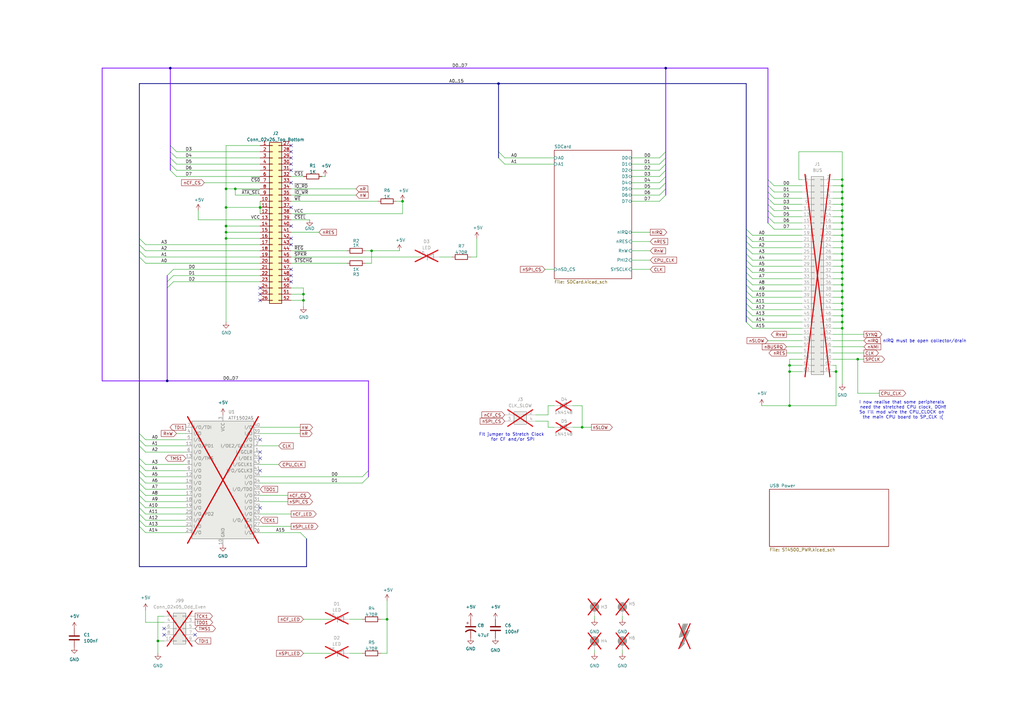
<source format=kicad_sch>
(kicad_sch (version 20250114) (generator "eeschema") (generator_version "9.0")
  (paper "A3")
  (text "FIt jumper to Stretch Clock \nfor CF and/or SPI" (at 210.312 179.324 0) (effects (font (size 1.27 1.27))))
  (text "nIRQ must be open collector/drain" (at 379.222 139.954 0) (effects (font (size 1.27 1.27))))
  (text "I now realise that some peripherals \nneed the stretched CPU clock, DOH!\nSo I'll mod wire the CPU_CLOCK on \nthe main CPU board to SP_CLK :(" (at 370.332 168.148 0) (effects (font (size 1.27 1.27))))
  (junction (at 69.85 27.94))
  (junction (at 345.44 86.36))
  (junction (at 345.44 134.62))
  (junction (at 124.46 120.65))
  (junction (at 345.44 83.82))
  (junction (at 345.44 109.22))
  (junction (at 345.44 116.84))
  (junction (at 64.77 262.89))
  (junction (at 345.44 119.38))
  (junction (at 345.44 121.92))
  (junction (at 345.44 93.98))
  (junction (at 238.76 175.26))
  (junction (at 106.68 85.09))
  (junction (at 323.85 149.86))
  (junction (at 273.05 27.94))
  (junction (at 96.52 77.47))
  (junction (at 345.44 111.76))
  (junction (at 345.44 106.68))
  (junction (at 345.44 132.08))
  (junction (at 345.44 88.9))
  (junction (at 165.1 82.55))
  (junction (at 342.9 152.4))
  (junction (at 92.71 92.71))
  (junction (at 204.47 34.29))
  (junction (at 345.44 101.6))
  (junction (at 124.46 123.19))
  (junction (at 345.44 81.28))
  (junction (at 345.44 124.46))
  (junction (at 68.58 156.21))
  (junction (at 345.44 73.66))
  (junction (at 323.85 166.37))
  (junction (at 345.44 129.54))
  (junction (at 92.71 77.47))
  (junction (at 158.75 254))
  (junction (at 345.44 76.2))
  (junction (at 345.44 127))
  (junction (at 351.79 147.32))
  (junction (at 323.85 152.4))
  (junction (at 345.44 99.06))
  (junction (at 152.4 102.87))
  (junction (at 345.44 114.3))
  (junction (at 345.44 96.52))
  (junction (at 92.71 85.09))
  (junction (at 92.71 95.25))
  (junction (at 345.44 91.44))
  (junction (at 92.71 97.79))
  (junction (at 345.44 78.74))
  (junction (at 345.44 104.14))
  (no_connect (at 119.38 97.79))
  (no_connect (at 106.68 208.28))
  (no_connect (at 119.38 74.93))
  (no_connect (at 119.38 64.77))
  (no_connect (at 106.68 193.04))
  (no_connect (at 80.01 260.35))
  (no_connect (at 106.68 185.42))
  (no_connect (at 119.38 69.85))
  (no_connect (at 106.68 118.11))
  (no_connect (at 119.38 110.49))
  (no_connect (at 119.38 92.71))
  (no_connect (at 106.68 123.19))
  (no_connect (at 119.38 115.57))
  (no_connect (at 106.68 187.96))
  (no_connect (at 119.38 85.09))
  (no_connect (at 119.38 59.69))
  (no_connect (at 106.68 180.34))
  (no_connect (at 119.38 62.23))
  (no_connect (at 67.31 257.81))
  (no_connect (at 119.38 100.33))
  (no_connect (at 119.38 67.31))
  (no_connect (at 119.38 113.03))
  (no_connect (at 106.68 120.65))
  (no_connect (at 67.31 260.35))
  (bus_entry (at 308.61 127) (size -2.54 -2.54))
  (bus_entry (at 71.12 113.03) (size -2.54 2.54))
  (bus_entry (at 317.5 78.74) (size -2.54 -2.54))
  (bus_entry (at 308.61 99.06) (size -2.54 -2.54))
  (bus_entry (at 308.61 111.76) (size -2.54 -2.54))
  (bus_entry (at 59.69 210.82) (size -2.54 -2.54))
  (bus_entry (at 59.69 200.66) (size -2.54 -2.54))
  (bus_entry (at 59.69 100.33) (size -2.54 -2.54))
  (bus_entry (at 308.61 106.68) (size -2.54 -2.54))
  (bus_entry (at 59.69 193.04) (size -2.54 -2.54))
  (bus_entry (at 72.39 69.85) (size -2.54 -2.54))
  (bus_entry (at 72.39 72.39) (size -2.54 -2.54))
  (bus_entry (at 317.5 81.28) (size -2.54 -2.54))
  (bus_entry (at 308.61 119.38) (size -2.54 -2.54))
  (bus_entry (at 308.61 109.22) (size -2.54 -2.54))
  (bus_entry (at 59.69 205.74) (size -2.54 -2.54))
  (bus_entry (at 317.5 86.36) (size -2.54 -2.54))
  (bus_entry (at 270.51 77.47) (size 2.54 -2.54))
  (bus_entry (at 317.5 76.2) (size -2.54 -2.54))
  (bus_entry (at 270.51 82.55) (size 2.54 -2.54))
  (bus_entry (at 308.61 104.14) (size -2.54 -2.54))
  (bus_entry (at 71.12 115.57) (size -2.54 2.54))
  (bus_entry (at 308.61 116.84) (size -2.54 -2.54))
  (bus_entry (at 59.69 182.88) (size -2.54 -2.54))
  (bus_entry (at 207.01 64.77) (size -2.54 -2.54))
  (bus_entry (at 317.5 88.9) (size -2.54 -2.54))
  (bus_entry (at 59.69 180.34) (size -2.54 -2.54))
  (bus_entry (at 59.69 213.36) (size -2.54 -2.54))
  (bus_entry (at 317.5 83.82) (size -2.54 -2.54))
  (bus_entry (at 123.19 218.44) (size 2.54 2.54))
  (bus_entry (at 59.69 198.12) (size -2.54 -2.54))
  (bus_entry (at 148.59 198.12) (size 2.54 -2.54))
  (bus_entry (at 148.59 195.58) (size 2.54 -2.54))
  (bus_entry (at 59.69 107.95) (size -2.54 -2.54))
  (bus_entry (at 59.69 215.9) (size -2.54 -2.54))
  (bus_entry (at 270.51 69.85) (size 2.54 -2.54))
  (bus_entry (at 59.69 102.87) (size -2.54 -2.54))
  (bus_entry (at 59.69 105.41) (size -2.54 -2.54))
  (bus_entry (at 72.39 62.23) (size -2.54 -2.54))
  (bus_entry (at 308.61 121.92) (size -2.54 -2.54))
  (bus_entry (at 59.69 208.28) (size -2.54 -2.54))
  (bus_entry (at 270.51 64.77) (size 2.54 -2.54))
  (bus_entry (at 59.69 218.44) (size -2.54 -2.54))
  (bus_entry (at 308.61 96.52) (size -2.54 -2.54))
  (bus_entry (at 308.61 124.46) (size -2.54 -2.54))
  (bus_entry (at 308.61 134.62) (size -2.54 -2.54))
  (bus_entry (at 270.51 74.93) (size 2.54 -2.54))
  (bus_entry (at 317.5 93.98) (size -2.54 -2.54))
  (bus_entry (at 270.51 72.39) (size 2.54 -2.54))
  (bus_entry (at 308.61 132.08) (size -2.54 -2.54))
  (bus_entry (at 308.61 114.3) (size -2.54 -2.54))
  (bus_entry (at 59.69 195.58) (size -2.54 -2.54))
  (bus_entry (at 308.61 101.6) (size -2.54 -2.54))
  (bus_entry (at 207.01 67.31) (size -2.54 -2.54))
  (bus_entry (at 270.51 80.01) (size 2.54 -2.54))
  (bus_entry (at 72.39 67.31) (size -2.54 -2.54))
  (bus_entry (at 317.5 91.44) (size -2.54 -2.54))
  (bus_entry (at 59.69 190.5) (size -2.54 -2.54))
  (bus_entry (at 59.69 203.2) (size -2.54 -2.54))
  (bus_entry (at 72.39 64.77) (size -2.54 -2.54))
  (bus_entry (at 71.12 110.49) (size -2.54 2.54))
  (bus_entry (at 59.69 185.42) (size -2.54 -2.54))
  (bus_entry (at 270.51 67.31) (size 2.54 -2.54))
  (bus_entry (at 308.61 129.54) (size -2.54 -2.54))
  (wire (pts (xy 243.84 252.73) (xy 243.84 254)))
  (wire (pts (xy 341.63 132.08) (xy 345.44 132.08)))
  (bus (pts (xy 68.58 118.11) (xy 68.58 115.57)) (stroke (width 0) (color 118 0 255 1)))
  (wire (pts (xy 308.61 111.76) (xy 328.93 111.76)))
  (wire (pts (xy 354.33 142.24) (xy 341.63 142.24)))
  (wire (pts (xy 317.5 83.82) (xy 328.93 83.82)))
  (bus (pts (xy 69.85 64.77) (xy 69.85 67.31)) (stroke (width 0) (color 118 0 255 1)))
  (wire (pts (xy 308.61 114.3) (xy 328.93 114.3)))
  (wire (pts (xy 308.61 109.22) (xy 328.93 109.22)))
  (wire (pts (xy 317.5 86.36) (xy 328.93 86.36)))
  (wire (pts (xy 106.68 177.8) (xy 123.19 177.8)))
  (wire (pts (xy 266.7 106.68) (xy 259.08 106.68)))
  (wire (pts (xy 59.69 100.33) (xy 106.68 100.33)))
  (bus (pts (xy 57.15 102.87) (xy 57.15 105.41)))
  (wire (pts (xy 106.68 218.44) (xy 123.19 218.44)))
  (wire (pts (xy 308.61 129.54) (xy 328.93 129.54)))
  (bus (pts (xy 273.05 77.47) (xy 273.05 80.01)) (stroke (width 0) (color 118 0 255 1)))
  (wire (pts (xy 341.63 124.46) (xy 345.44 124.46)))
  (wire (pts (xy 124.46 123.19) (xy 119.38 123.19)))
  (bus (pts (xy 69.85 67.31) (xy 69.85 69.85)) (stroke (width 0) (color 118 0 255 1)))
  (wire (pts (xy 72.39 72.39) (xy 106.68 72.39)))
  (bus (pts (xy 306.07 106.68) (xy 306.07 109.22)))
  (bus (pts (xy 314.96 88.9) (xy 314.96 91.44)) (stroke (width 0) (color 118 0 255 1)))
  (wire (pts (xy 81.28 86.36) (xy 81.28 90.17)))
  (wire (pts (xy 345.44 78.74) (xy 345.44 81.28)))
  (wire (pts (xy 64.77 252.73) (xy 67.31 252.73)))
  (wire (pts (xy 270.51 74.93) (xy 259.08 74.93)))
  (wire (pts (xy 124.46 254) (xy 135.89 254)))
  (bus (pts (xy 57.15 105.41) (xy 57.15 177.8)))
  (bus (pts (xy 306.07 116.84) (xy 306.07 119.38)))
  (wire (pts (xy 255.27 252.73) (xy 255.27 254)))
  (wire (pts (xy 72.39 62.23) (xy 106.68 62.23)))
  (wire (pts (xy 345.44 111.76) (xy 345.44 114.3)))
  (wire (pts (xy 59.69 180.34) (xy 76.2 180.34)))
  (bus (pts (xy 306.07 124.46) (xy 306.07 127)))
  (wire (pts (xy 270.51 77.47) (xy 259.08 77.47)))
  (wire (pts (xy 354.33 137.16) (xy 341.63 137.16)))
  (bus (pts (xy 69.85 27.94) (xy 69.85 59.69)) (stroke (width 0) (color 118 0 255 1)))
  (bus (pts (xy 57.15 193.04) (xy 57.15 195.58)))
  (wire (pts (xy 308.61 124.46) (xy 328.93 124.46)))
  (wire (pts (xy 270.51 72.39) (xy 259.08 72.39)))
  (wire (pts (xy 341.63 116.84) (xy 345.44 116.84)))
  (wire (pts (xy 341.63 99.06) (xy 345.44 99.06)))
  (wire (pts (xy 345.44 96.52) (xy 345.44 99.06)))
  (wire (pts (xy 342.9 166.37) (xy 323.85 166.37)))
  (bus (pts (xy 57.15 232.41) (xy 57.15 215.9)))
  (wire (pts (xy 59.69 107.95) (xy 106.68 107.95)))
  (wire (pts (xy 345.44 76.2) (xy 345.44 78.74)))
  (wire (pts (xy 308.61 106.68) (xy 328.93 106.68)))
  (wire (pts (xy 308.61 119.38) (xy 328.93 119.38)))
  (bus (pts (xy 204.47 34.29) (xy 204.47 62.23)))
  (wire (pts (xy 341.63 149.86) (xy 342.9 149.86)))
  (bus (pts (xy 125.73 220.98) (xy 125.73 232.41)))
  (wire (pts (xy 119.38 107.95) (xy 142.24 107.95)))
  (bus (pts (xy 306.07 34.29) (xy 204.47 34.29)))
  (wire (pts (xy 314.96 139.7) (xy 328.93 139.7)))
  (wire (pts (xy 92.71 92.71) (xy 106.68 92.71)))
  (wire (pts (xy 270.51 69.85) (xy 259.08 69.85)))
  (wire (pts (xy 322.58 142.24) (xy 328.93 142.24)))
  (wire (pts (xy 59.69 105.41) (xy 106.68 105.41)))
  (wire (pts (xy 345.44 62.23) (xy 345.44 73.66)))
  (wire (pts (xy 308.61 132.08) (xy 328.93 132.08)))
  (wire (pts (xy 59.69 208.28) (xy 76.2 208.28)))
  (wire (pts (xy 223.52 110.49) (xy 227.33 110.49)))
  (wire (pts (xy 59.69 203.2) (xy 76.2 203.2)))
  (bus (pts (xy 57.15 97.79) (xy 57.15 100.33)))
  (wire (pts (xy 207.01 67.31) (xy 227.33 67.31)))
  (bus (pts (xy 306.07 93.98) (xy 306.07 34.29)))
  (wire (pts (xy 255.27 266.7) (xy 255.27 267.97)))
  (wire (pts (xy 158.75 246.38) (xy 158.75 254)))
  (bus (pts (xy 68.58 115.57) (xy 68.58 113.03)) (stroke (width 0) (color 118 0 255 1)))
  (wire (pts (xy 59.69 215.9) (xy 76.2 215.9)))
  (wire (pts (xy 92.71 85.09) (xy 106.68 85.09)))
  (bus (pts (xy 306.07 111.76) (xy 306.07 114.3)))
  (wire (pts (xy 270.51 64.77) (xy 259.08 64.77)))
  (wire (pts (xy 243.84 266.7) (xy 243.84 267.97)))
  (bus (pts (xy 57.15 205.74) (xy 57.15 208.28)))
  (wire (pts (xy 96.52 77.47) (xy 96.52 80.01)))
  (wire (pts (xy 308.61 121.92) (xy 328.93 121.92)))
  (wire (pts (xy 345.44 86.36) (xy 345.44 88.9)))
  (wire (pts (xy 322.58 144.78) (xy 328.93 144.78)))
  (bus (pts (xy 306.07 96.52) (xy 306.07 99.06)))
  (wire (pts (xy 328.93 147.32) (xy 323.85 147.32)))
  (wire (pts (xy 143.51 254) (xy 148.59 254)))
  (bus (pts (xy 57.15 187.96) (xy 57.15 190.5)))
  (wire (pts (xy 266.7 110.49) (xy 259.08 110.49)))
  (wire (pts (xy 238.76 175.26) (xy 234.95 175.26)))
  (wire (pts (xy 119.38 72.39) (xy 124.46 72.39)))
  (wire (pts (xy 156.21 267.97) (xy 158.75 267.97)))
  (bus (pts (xy 151.13 193.04) (xy 151.13 195.58)) (stroke (width 0) (color 118 0 255 1)))
  (wire (pts (xy 180.34 105.41) (xy 185.42 105.41)))
  (wire (pts (xy 96.52 80.01) (xy 106.68 80.01)))
  (wire (pts (xy 106.68 203.2) (xy 118.11 203.2)))
  (bus (pts (xy 41.91 27.94) (xy 41.91 156.21)) (stroke (width 0) (color 118 0 255 1)))
  (wire (pts (xy 308.61 116.84) (xy 328.93 116.84)))
  (wire (pts (xy 341.63 119.38) (xy 345.44 119.38)))
  (wire (pts (xy 124.46 120.65) (xy 124.46 123.19)))
  (wire (pts (xy 67.31 255.27) (xy 59.69 255.27)))
  (wire (pts (xy 327.66 62.23) (xy 345.44 62.23)))
  (wire (pts (xy 341.63 83.82) (xy 345.44 83.82)))
  (bus (pts (xy 69.85 62.23) (xy 69.85 64.77)) (stroke (width 0) (color 118 0 255 1)))
  (wire (pts (xy 92.71 97.79) (xy 92.71 95.25)))
  (wire (pts (xy 106.68 215.9) (xy 119.38 215.9)))
  (wire (pts (xy 106.68 175.26) (xy 123.19 175.26)))
  (wire (pts (xy 345.44 134.62) (xy 345.44 132.08)))
  (wire (pts (xy 59.69 205.74) (xy 76.2 205.74)))
  (wire (pts (xy 317.5 78.74) (xy 328.93 78.74)))
  (wire (pts (xy 124.46 267.97) (xy 135.89 267.97)))
  (wire (pts (xy 64.77 262.89) (xy 64.77 252.73)))
  (wire (pts (xy 72.39 67.31) (xy 106.68 67.31)))
  (wire (pts (xy 242.57 175.26) (xy 238.76 175.26)))
  (wire (pts (xy 270.51 67.31) (xy 259.08 67.31)))
  (bus (pts (xy 57.15 210.82) (xy 57.15 213.36)))
  (bus (pts (xy 57.15 203.2) (xy 57.15 205.74)))
  (bus (pts (xy 273.05 27.94) (xy 69.85 27.94)) (stroke (width 0) (color 118 0 255 1)))
  (wire (pts (xy 124.46 118.11) (xy 124.46 120.65)))
  (wire (pts (xy 83.82 74.93) (xy 106.68 74.93)))
  (wire (pts (xy 158.75 254) (xy 156.21 254)))
  (wire (pts (xy 266.7 95.25) (xy 259.08 95.25)))
  (wire (pts (xy 152.4 102.87) (xy 152.4 107.95)))
  (bus (pts (xy 314.96 76.2) (xy 314.96 78.74)) (stroke (width 0) (color 118 0 255 1)))
  (bus (pts (xy 57.15 213.36) (xy 57.15 215.9)))
  (bus (pts (xy 273.05 74.93) (xy 273.05 77.47)) (stroke (width 0) (color 118 0 255 1)))
  (wire (pts (xy 92.71 77.47) (xy 96.52 77.47)))
  (bus (pts (xy 57.15 182.88) (xy 57.15 187.96)))
  (bus (pts (xy 57.15 200.66) (xy 57.15 203.2)))
  (wire (pts (xy 81.28 90.17) (xy 106.68 90.17)))
  (wire (pts (xy 322.58 137.16) (xy 328.93 137.16)))
  (wire (pts (xy 119.38 102.87) (xy 142.24 102.87)))
  (wire (pts (xy 341.63 147.32) (xy 351.79 147.32)))
  (wire (pts (xy 341.63 86.36) (xy 345.44 86.36)))
  (wire (pts (xy 341.63 144.78) (xy 354.33 144.78)))
  (wire (pts (xy 323.85 149.86) (xy 323.85 152.4)))
  (wire (pts (xy 158.75 267.97) (xy 158.75 254)))
  (wire (pts (xy 341.63 106.68) (xy 345.44 106.68)))
  (wire (pts (xy 360.68 161.29) (xy 351.79 161.29)))
  (wire (pts (xy 345.44 81.28) (xy 345.44 83.82)))
  (bus (pts (xy 306.07 93.98) (xy 306.07 96.52)))
  (bus (pts (xy 68.58 118.11) (xy 68.58 156.21)) (stroke (width 0) (color 118 0 255 1)))
  (bus (pts (xy 314.96 27.94) (xy 273.05 27.94)) (stroke (width 0) (color 118 0 255 1)))
  (wire (pts (xy 341.63 129.54) (xy 345.44 129.54)))
  (bus (pts (xy 273.05 69.85) (xy 273.05 72.39)) (stroke (width 0) (color 118 0 255 1)))
  (wire (pts (xy 341.63 127) (xy 345.44 127)))
  (bus (pts (xy 306.07 109.22) (xy 306.07 111.76)))
  (bus (pts (xy 306.07 104.14) (xy 306.07 106.68)))
  (wire (pts (xy 345.44 129.54) (xy 345.44 127)))
  (wire (pts (xy 342.9 152.4) (xy 342.9 166.37)))
  (wire (pts (xy 270.51 82.55) (xy 259.08 82.55)))
  (wire (pts (xy 219.71 170.18) (xy 224.79 170.18)))
  (wire (pts (xy 351.79 161.29) (xy 351.79 147.32)))
  (wire (pts (xy 308.61 96.52) (xy 328.93 96.52)))
  (wire (pts (xy 119.38 87.63) (xy 165.1 87.63)))
  (wire (pts (xy 341.63 93.98) (xy 345.44 93.98)))
  (wire (pts (xy 345.44 106.68) (xy 345.44 109.22)))
  (wire (pts (xy 132.08 72.39) (xy 133.35 72.39)))
  (wire (pts (xy 345.44 73.66) (xy 341.63 73.66)))
  (wire (pts (xy 341.63 109.22) (xy 345.44 109.22)))
  (wire (pts (xy 106.68 82.55) (xy 106.68 85.09)))
  (wire (pts (xy 345.44 73.66) (xy 345.44 76.2)))
  (bus (pts (xy 306.07 127) (xy 306.07 129.54)))
  (bus (pts (xy 151.13 156.21) (xy 151.13 193.04)) (stroke (width 0) (color 118 0 255 1)))
  (wire (pts (xy 323.85 152.4) (xy 323.85 166.37)))
  (wire (pts (xy 308.61 101.6) (xy 328.93 101.6)))
  (wire (pts (xy 345.44 134.62) (xy 345.44 157.48)))
  (wire (pts (xy 224.79 175.26) (xy 227.33 175.26)))
  (wire (pts (xy 345.44 83.82) (xy 345.44 86.36)))
  (bus (pts (xy 314.96 73.66) (xy 314.96 27.94)) (stroke (width 0) (color 118 0 255 1)))
  (wire (pts (xy 345.44 88.9) (xy 345.44 91.44)))
  (wire (pts (xy 152.4 107.95) (xy 149.86 107.95)))
  (wire (pts (xy 341.63 104.14) (xy 345.44 104.14)))
  (wire (pts (xy 317.5 81.28) (xy 328.93 81.28)))
  (wire (pts (xy 152.4 102.87) (xy 149.86 102.87)))
  (wire (pts (xy 92.71 59.69) (xy 106.68 59.69)))
  (wire (pts (xy 59.69 210.82) (xy 76.2 210.82)))
  (wire (pts (xy 341.63 134.62) (xy 345.44 134.62)))
  (bus (pts (xy 273.05 72.39) (xy 273.05 74.93)) (stroke (width 0) (color 118 0 255 1)))
  (wire (pts (xy 119.38 90.17) (xy 127 90.17)))
  (bus (pts (xy 273.05 62.23) (xy 273.05 64.77)) (stroke (width 0) (color 118 0 255 1)))
  (wire (pts (xy 92.71 59.69) (xy 92.71 77.47)))
  (wire (pts (xy 96.52 77.47) (xy 106.68 77.47)))
  (bus (pts (xy 306.07 121.92) (xy 306.07 124.46)))
  (wire (pts (xy 345.44 121.92) (xy 345.44 119.38)))
  (bus (pts (xy 57.15 195.58) (xy 57.15 198.12)))
  (wire (pts (xy 106.68 85.09) (xy 106.68 87.63)))
  (bus (pts (xy 69.85 59.69) (xy 69.85 62.23)) (stroke (width 0) (color 118 0 255 1)))
  (wire (pts (xy 341.63 114.3) (xy 345.44 114.3)))
  (wire (pts (xy 124.46 120.65) (xy 119.38 120.65)))
  (wire (pts (xy 308.61 99.06) (xy 328.93 99.06)))
  (wire (pts (xy 345.44 93.98) (xy 345.44 96.52)))
  (wire (pts (xy 308.61 134.62) (xy 328.93 134.62)))
  (wire (pts (xy 119.38 95.25) (xy 130.81 95.25)))
  (bus (pts (xy 306.07 99.06) (xy 306.07 101.6)))
  (wire (pts (xy 323.85 147.32) (xy 323.85 149.86)))
  (wire (pts (xy 224.79 170.18) (xy 224.79 166.37)))
  (bus (pts (xy 69.85 27.94) (xy 41.91 27.94)) (stroke (width 0) (color 118 0 255 1)))
  (wire (pts (xy 345.44 127) (xy 345.44 124.46)))
  (wire (pts (xy 270.51 80.01) (xy 259.08 80.01)))
  (wire (pts (xy 207.01 64.77) (xy 227.33 64.77)))
  (wire (pts (xy 345.44 91.44) (xy 345.44 93.98)))
  (wire (pts (xy 106.68 198.12) (xy 148.59 198.12)))
  (wire (pts (xy 345.44 114.3) (xy 345.44 116.84)))
  (bus (pts (xy 273.05 67.31) (xy 273.05 69.85)) (stroke (width 0) (color 118 0 255 1)))
  (wire (pts (xy 59.69 182.88) (xy 76.2 182.88)))
  (bus (pts (xy 306.07 129.54) (xy 306.07 132.08)))
  (wire (pts (xy 328.93 149.86) (xy 323.85 149.86)))
  (wire (pts (xy 195.58 97.79) (xy 195.58 105.41)))
  (bus (pts (xy 57.15 198.12) (xy 57.15 200.66)))
  (bus (pts (xy 57.15 190.5) (xy 57.15 193.04)))
  (bus (pts (xy 204.47 34.29) (xy 57.15 34.29)))
  (bus (pts (xy 314.96 81.28) (xy 314.96 83.82)) (stroke (width 0) (color 118 0 255 1)))
  (wire (pts (xy 59.69 213.36) (xy 76.2 213.36)))
  (wire (pts (xy 114.3 182.88) (xy 106.68 182.88)))
  (bus (pts (xy 57.15 34.29) (xy 57.15 97.79)))
  (wire (pts (xy 92.71 85.09) (xy 92.71 92.71)))
  (wire (pts (xy 165.1 87.63) (xy 165.1 82.55)))
  (wire (pts (xy 345.44 101.6) (xy 345.44 104.14)))
  (wire (pts (xy 72.39 69.85) (xy 106.68 69.85)))
  (wire (pts (xy 59.69 190.5) (xy 76.2 190.5)))
  (wire (pts (xy 341.63 121.92) (xy 345.44 121.92)))
  (wire (pts (xy 317.5 76.2) (xy 328.93 76.2)))
  (wire (pts (xy 341.63 76.2) (xy 345.44 76.2)))
  (wire (pts (xy 341.63 101.6) (xy 345.44 101.6)))
  (bus (pts (xy 57.15 100.33) (xy 57.15 102.87)))
  (bus (pts (xy 41.91 156.21) (xy 68.58 156.21)) (stroke (width 0) (color 118 0 255 1)))
  (wire (pts (xy 341.63 111.76) (xy 345.44 111.76)))
  (wire (pts (xy 351.79 147.32) (xy 354.33 147.32)))
  (wire (pts (xy 59.69 102.87) (xy 106.68 102.87)))
  (wire (pts (xy 71.12 115.57) (xy 106.68 115.57)))
  (wire (pts (xy 71.12 113.03) (xy 106.68 113.03)))
  (wire (pts (xy 92.71 97.79) (xy 106.68 97.79)))
  (wire (pts (xy 345.44 132.08) (xy 345.44 129.54)))
  (wire (pts (xy 106.68 205.74) (xy 118.11 205.74)))
  (wire (pts (xy 92.71 132.08) (xy 92.71 97.79)))
  (wire (pts (xy 92.71 95.25) (xy 106.68 95.25)))
  (wire (pts (xy 124.46 123.19) (xy 124.46 125.73)))
  (wire (pts (xy 323.85 152.4) (xy 328.93 152.4)))
  (wire (pts (xy 119.38 80.01) (xy 146.05 80.01)))
  (wire (pts (xy 114.3 190.5) (xy 106.68 190.5)))
  (wire (pts (xy 92.71 77.47) (xy 92.71 85.09)))
  (wire (pts (xy 354.33 139.7) (xy 341.63 139.7)))
  (bus (pts (xy 204.47 62.23) (xy 204.47 64.77)))
  (bus (pts (xy 314.96 83.82) (xy 314.96 86.36)) (stroke (width 0) (color 118 0 255 1)))
  (bus (pts (xy 314.96 78.74) (xy 314.96 81.28)) (stroke (width 0) (color 118 0 255 1)))
  (wire (pts (xy 143.51 267.97) (xy 148.59 267.97)))
  (wire (pts (xy 341.63 152.4) (xy 342.9 152.4)))
  (wire (pts (xy 341.63 88.9) (xy 345.44 88.9)))
  (wire (pts (xy 308.61 127) (xy 328.93 127)))
  (bus (pts (xy 306.07 119.38) (xy 306.07 121.92)))
  (wire (pts (xy 317.5 93.98) (xy 328.93 93.98)))
  (wire (pts (xy 162.56 82.55) (xy 165.1 82.55)))
  (wire (pts (xy 124.46 118.11) (xy 119.38 118.11)))
  (wire (pts (xy 345.44 109.22) (xy 345.44 111.76)))
  (wire (pts (xy 59.69 200.66) (xy 76.2 200.66)))
  (wire (pts (xy 219.71 172.72) (xy 224.79 172.72)))
  (wire (pts (xy 317.5 88.9) (xy 328.93 88.9)))
  (wire (pts (xy 59.69 193.04) (xy 76.2 193.04)))
  (wire (pts (xy 59.69 255.27) (xy 59.69 250.19)))
  (wire (pts (xy 345.44 104.14) (xy 345.44 106.68)))
  (wire (pts (xy 308.61 104.14) (xy 328.93 104.14)))
  (wire (pts (xy 327.66 73.66) (xy 327.66 62.23)))
  (wire (pts (xy 163.83 102.87) (xy 152.4 102.87)))
  (wire (pts (xy 92.71 95.25) (xy 92.71 92.71)))
  (wire (pts (xy 342.9 149.86) (xy 342.9 152.4)))
  (wire (pts (xy 341.63 78.74) (xy 345.44 78.74)))
  (bus (pts (xy 306.07 114.3) (xy 306.07 116.84)))
  (wire (pts (xy 195.58 105.41) (xy 193.04 105.41)))
  (bus (pts (xy 68.58 156.21) (xy 151.13 156.21)) (stroke (width 0) (color 118 0 255 1)))
  (wire (pts (xy 59.69 195.58) (xy 76.2 195.58)))
  (wire (pts (xy 59.69 218.44) (xy 76.2 218.44)))
  (bus (pts (xy 57.15 177.8) (xy 57.15 180.34)))
  (wire (pts (xy 119.38 82.55) (xy 154.94 82.55)))
  (wire (pts (xy 266.7 102.87) (xy 259.08 102.87)))
  (bus (pts (xy 306.07 101.6) (xy 306.07 104.14)))
  (wire (pts (xy 59.69 198.12) (xy 76.2 198.12)))
  (wire (pts (xy 234.95 166.37) (xy 238.76 166.37)))
  (wire (pts (xy 266.7 99.06) (xy 259.08 99.06)))
  (wire (pts (xy 72.39 64.77) (xy 106.68 64.77)))
  (bus (pts (xy 273.05 64.77) (xy 273.05 67.31)) (stroke (width 0) (color 118 0 255 1)))
  (wire (pts (xy 341.63 96.52) (xy 345.44 96.52)))
  (wire (pts (xy 224.79 166.37) (xy 227.33 166.37)))
  (wire (pts (xy 119.38 105.41) (xy 172.72 105.41)))
  (wire (pts (xy 106.68 195.58) (xy 148.59 195.58)))
  (wire (pts (xy 341.63 91.44) (xy 345.44 91.44)))
  (wire (pts (xy 328.93 73.66) (xy 327.66 73.66)))
  (wire (pts (xy 106.68 210.82) (xy 119.38 210.82)))
  (wire (pts (xy 345.44 124.46) (xy 345.44 121.92)))
  (bus (pts (xy 57.15 180.34) (xy 57.15 182.88)))
  (wire (pts (xy 119.38 77.47) (xy 146.05 77.47)))
  (bus (pts (xy 57.15 208.28) (xy 57.15 210.82)))
  (bus (pts (xy 314.96 73.66) (xy 314.96 76.2)) (stroke (width 0) (color 118 0 255 1)))
  (wire (pts (xy 345.44 116.84) (xy 345.44 119.38)))
  (wire (pts (xy 71.12 110.49) (xy 106.68 110.49)))
  (wire (pts (xy 323.85 166.37) (xy 312.42 166.37)))
  (wire (pts (xy 67.31 262.89) (xy 64.77 262.89)))
  (bus (pts (xy 125.73 232.41) (xy 57.15 232.41)))
  (wire (pts (xy 341.63 81.28) (xy 345.44 81.28)))
  (wire (pts (xy 317.5 91.44) (xy 328.93 91.44)))
  (wire (pts (xy 224.79 172.72) (xy 224.79 175.26)))
  (wire (pts (xy 59.69 185.42) (xy 76.2 185.42)))
  (wire (pts (xy 238.76 166.37) (xy 238.76 175.26)))
  (wire (pts (xy 64.77 267.97) (xy 64.77 262.89)))
  (bus (pts (xy 273.05 27.94) (xy 273.05 62.23)) (stroke (width 0) (color 118 0 255 1)))
  (wire (pts (xy 345.44 99.06) (xy 345.44 101.6)))
  (wire (pts (xy 72.39 177.8) (xy 76.2 177.8)))
  (bus (pts (xy 314.96 86.36) (xy 314.96 88.9)) (stroke (width 0) (color 118 0 255 1)))
  (label "VCC" (at 120.65 87.63 0))
  (label "A1" (at 212.09 67.31 180))
  (label "D2" (at 80.01 115.57 180))
  (label "A2" (at 64.77 185.42 180))
  (label "D4" (at 323.85 86.36 180))
  (label "A6" (at 313.69 111.76 180))
  (label "D0" (at 323.85 76.2 180))
  (label "D6" (at 78.74 69.85 180))
  (label "D5" (at 323.85 88.9 180))
  (label "A8" (at 64.77 203.2 180))
  (label "A8" (at 313.69 116.84 180))
  (label "D3" (at 78.74 62.23 180))
  (label "~{WE}" (at 120.65 82.55 0))
  (label "A10" (at 64.77 208.28 180))
  (label "A12" (at 64.77 213.36 180))
  (label "~{REG}" (at 120.65 102.87 0))
  (label "D4" (at 264.16 74.93 0))
  (label "A3" (at 64.77 190.5 180))
  (label "A7" (at 64.77 200.66 180))
  (label "A10" (at 313.69 121.92 180))
  (label "A5" (at 313.69 109.22 180))
  (label "~{ATA_SEL}" (at 99.06 80.01 0))
  (label "A13" (at 64.77 215.9 180))
  (label "A14" (at 313.69 132.08 180))
  (label "~{CS1}" (at 120.65 72.39 0))
  (label "A11" (at 313.69 124.46 180))
  (label "D2" (at 264.16 69.85 0))
  (label "D1" (at 80.01 113.03 180))
  (label "~{IO_WR}" (at 120.65 80.01 0))
  (label "A0" (at 212.09 64.77 180))
  (label "A2" (at 68.58 102.87 180))
  (label "A12" (at 313.69 127 180))
  (label "D6" (at 323.85 91.44 180))
  (label "A0" (at 64.77 180.34 180))
  (label "A6" (at 64.77 198.12 180))
  (label "A1" (at 64.77 182.88 180))
  (label "A0..15" (at 184.15 34.29 0))
  (label "A3" (at 68.58 100.33 180))
  (label "D5" (at 78.74 67.31 180))
  (label "D0..D7" (at 91.44 156.21 0))
  (label "~{IO_RD}" (at 120.65 77.47 0))
  (label "A4" (at 313.69 106.68 180))
  (label "D4" (at 78.74 64.77 180))
  (label "D7" (at 264.16 82.55 0))
  (label "~{CS0}" (at 102.87 74.93 0))
  (label "D3" (at 264.16 72.39 0))
  (label "A15" (at 116.84 218.44 180))
  (label "D0" (at 135.89 195.58 0))
  (label "A7" (at 313.69 114.3 180))
  (label "D0" (at 80.01 110.49 180))
  (label "~{SPKR}" (at 120.65 105.41 0))
  (label "VCC" (at 102.87 90.17 0))
  (label "D6" (at 264.16 80.01 0))
  (label "A4" (at 64.77 193.04 180))
  (label "~{CSEL}" (at 120.65 90.17 0))
  (label "~{STSCHG}" (at 120.65 107.95 0))
  (label "A9" (at 64.77 205.74 180))
  (label "A0" (at 313.69 96.52 180))
  (label "A15" (at 313.69 134.62 180))
  (label "A13" (at 313.69 129.54 180))
  (label "D0..D7" (at 185.42 27.94 0))
  (label "A11" (at 64.77 210.82 180))
  (label "A0" (at 68.58 107.95 180))
  (label "D7" (at 323.85 93.98 180))
  (label "D1" (at 135.89 198.12 0))
  (label "D3" (at 323.85 83.82 180))
  (label "D1" (at 264.16 67.31 0))
  (label "D2" (at 323.85 81.28 180))
  (label "A14" (at 64.77 218.44 180))
  (label "D1" (at 323.85 78.74 180))
  (label "D0" (at 264.16 64.77 0))
  (label "A1" (at 313.69 99.06 180))
  (label "A1" (at 68.58 105.41 180))
  (label "A2" (at 313.69 101.6 180))
  (label "A3" (at 313.69 104.14 180))
  (label "D5" (at 264.16 77.47 0))
  (label "A9" (at 313.69 119.38 180))
  (label "D7" (at 78.74 72.39 180))
  (label "A5" (at 64.77 195.58 180))
  (global_label "TDO1" (shape output) (at 80.01 255.27 0) (property "Intersheetrefs" "${INTERSHEET_REFS}" (effects (hide yes))))
  (global_label "nSPI_CS" (shape output) (at 118.11 205.74 0) (property "Intersheetrefs" "${INTERSHEET_REFS}" (effects (hide yes))))
  (global_label "CLK" (shape input) (at 266.7 110.49 0) (property "Intersheetrefs" "${INTERSHEET_REFS}" (effects (hide yes))))
  (global_label "nCF_CS" (shape input) (at 83.82 74.93 180) (property "Intersheetrefs" "${INTERSHEET_REFS}" (effects (hide yes))))
  (global_label "CPU_CLK" (shape input) (at 114.3 190.5 0) (property "Intersheetrefs" "${INTERSHEET_REFS}" (effects (hide yes))))
  (global_label "nBUSRQ" (shape input) (at 322.58 142.24 180) (property "Intersheetrefs" "${INTERSHEET_REFS}" (effects (hide yes))))
  (global_label "RnW" (shape input) (at 266.7 102.87 0) (property "Intersheetrefs" "${INTERSHEET_REFS}" (effects (hide yes))))
  (global_label "nR" (shape input) (at 146.05 77.47 0) (property "Intersheetrefs" "${INTERSHEET_REFS}" (effects (hide yes))))
  (global_label "nSPI_CS" (shape input) (at 223.52 110.49 180) (property "Intersheetrefs" "${INTERSHEET_REFS}" (effects (hide yes))))
  (global_label "nW" (shape input) (at 146.05 80.01 0) (property "Intersheetrefs" "${INTERSHEET_REFS}" (effects (hide yes))))
  (global_label "nSPI_LED" (shape input) (at 124.46 267.97 180) (property "Intersheetrefs" "${INTERSHEET_REFS}" (effects (hide yes))))
  (global_label "CPU_CLK" (shape input) (at 266.7 106.68 0) (property "Intersheetrefs" "${INTERSHEET_REFS}" (effects (hide yes))))
  (global_label "CLK" (shape output) (at 354.33 144.78 0) (property "Intersheetrefs" "${INTERSHEET_REFS}" (effects (hide yes))))
  (global_label "CLK" (shape input) (at 114.3 182.88 0) (property "Intersheetrefs" "${INTERSHEET_REFS}" (effects (hide yes))))
  (global_label "nSLOW" (shape input) (at 314.96 139.7 180) (property "Intersheetrefs" "${INTERSHEET_REFS}" (effects (hide yes))))
  (global_label "TDO1" (shape input) (at 106.68 200.66 0) (property "Intersheetrefs" "${INTERSHEET_REFS}" (effects (hide yes))))
  (global_label "TDI1" (shape output) (at 76.2 175.26 180) (property "Intersheetrefs" "${INTERSHEET_REFS}" (effects (hide yes))))
  (global_label "nCF_LED" (shape input) (at 124.46 254 180) (property "Intersheetrefs" "${INTERSHEET_REFS}" (effects (hide yes))))
  (global_label "CPU_CLK" (shape output) (at 360.68 161.29 0) (property "Intersheetrefs" "${INTERSHEET_REFS}" (effects (hide yes))))
  (global_label "TDI1" (shape input) (at 80.01 262.89 0) (property "Intersheetrefs" "${INTERSHEET_REFS}" (effects (hide yes))))
  (global_label "nW" (shape output) (at 123.19 175.26 0) (property "Intersheetrefs" "${INTERSHEET_REFS}" (effects (hide yes))))
  (global_label "nNMI" (shape input) (at 354.33 142.24 0) (property "Intersheetrefs" "${INTERSHEET_REFS}" (effects (hide yes))))
  (global_label "nRES" (shape input) (at 130.81 95.25 0) (property "Intersheetrefs" "${INTERSHEET_REFS}" (effects (hide yes))))
  (global_label "nSLOW" (shape output) (at 242.57 175.26 0) (property "Intersheetrefs" "${INTERSHEET_REFS}" (effects (hide yes))))
  (global_label "RnW" (shape output) (at 322.58 137.16 180) (property "Intersheetrefs" "${INTERSHEET_REFS}" (effects (hide yes))))
  (global_label "nIRQ" (shape input) (at 354.33 139.7 0) (property "Intersheetrefs" "${INTERSHEET_REFS}" (effects (hide yes))))
  (global_label "SYNQ" (shape output) (at 354.33 137.16 0) (property "Intersheetrefs" "${INTERSHEET_REFS}" (effects (hide yes))))
  (global_label "nSPI_CS" (shape input) (at 207.01 172.72 180) (property "Intersheetrefs" "${INTERSHEET_REFS}" (effects (hide yes))))
  (global_label "TMS1" (shape bidirectional) (at 80.01 257.81 0) (property "Intersheetrefs" "${INTERSHEET_REFS}" (effects (hide yes))))
  (global_label "nSPI_LED" (shape output) (at 119.38 215.9 0) (property "Intersheetrefs" "${INTERSHEET_REFS}" (effects (hide yes))))
  (global_label "nIRQ" (shape output) (at 266.7 95.25 0) (property "Intersheetrefs" "${INTERSHEET_REFS}" (effects (hide yes))))
  (global_label "RnW" (shape input) (at 72.39 177.8 180) (property "Intersheetrefs" "${INTERSHEET_REFS}" (effects (hide yes))))
  (global_label "TCK1" (shape input) (at 106.68 213.36 0) (property "Intersheetrefs" "${INTERSHEET_REFS}" (effects (hide yes))))
  (global_label "nCF_CS" (shape input) (at 207.01 170.18 180) (property "Intersheetrefs" "${INTERSHEET_REFS}" (effects (hide yes))))
  (global_label "nRES" (shape output) (at 322.58 144.78 180) (property "Intersheetrefs" "${INTERSHEET_REFS}" (effects (hide yes))))
  (global_label "nCF_CS" (shape output) (at 118.11 203.2 0) (property "Intersheetrefs" "${INTERSHEET_REFS}" (effects (hide yes))))
  (global_label "SPCLK" (shape output) (at 354.33 147.32 0) (property "Intersheetrefs" "${INTERSHEET_REFS}" (effects (hide yes))))
  (global_label "TMS1" (shape bidirectional) (at 76.2 187.96 180) (property "Intersheetrefs" "${INTERSHEET_REFS}" (effects (hide yes))))
  (global_label "TCK1" (shape output) (at 80.01 252.73 0) (property "Intersheetrefs" "${INTERSHEET_REFS}" (effects (hide yes))))
  (global_label "nR" (shape output) (at 123.19 177.8 0) (property "Intersheetrefs" "${INTERSHEET_REFS}" (effects (hide yes))))
  (global_label "nRES" (shape input) (at 266.7 99.06 0) (property "Intersheetrefs" "${INTERSHEET_REFS}" (effects (hide yes))))
  (global_label "nCF_LED" (shape output) (at 119.38 210.82 0) (property "Intersheetrefs" "${INTERSHEET_REFS}" (effects (hide yes))))
  (symbol (lib_id "power:+5V") (at 91.44 170.18 0) (unit 1)
    (property "Reference" "#PWR06" (effects (hide yes)))
    (property "Value" "+5V" (at 91.44 165.1 0))
  )
  (symbol (lib_id "power:GND") (at 203.2 261.62 0) (unit 1)
    (property "Reference" "#PWR019" (effects (hide yes)))
    (property "Value" "GND" (at 203.2 266.7 0))
  )
  (symbol (lib_id "Connector_Generic:Conn_02x02_Odd_Even") (at 212.09 170.18 0) (unit 1) (dnp yes)
    (property "Reference" "J3" (at 213.36 163.83 0))
    (property "Value" "CLK_SLOW" (at 213.36 166.37 0))
    (property "Footprint" "Connector_PinHeader_2.54mm:PinHeader_2x02_P2.54mm_Horizontal" (effects (hide yes)))
    (property "Description" "Generic connector, double row, 02x02, odd/even pin numbering scheme (row 1 odd numbers, row 2 even numbers), script generated (kicad-library-utils/schlib/autogen/connector/)" (effects (hide yes)))
    (property "LCSC" "DNF" (effects (hide yes)))
  )
  (symbol (lib_id "power:GND") (at 243.84 254 0) (unit 1)
    (property "Reference" "#PWR020" (effects (hide yes)))
    (property "Value" "GND" (at 243.84 259.08 0))
    (property "Description" "Power symbol creates a global label with name \"GND\" , ground" (effects (hide yes)))
  )
  (symbol (lib_id "power:GND") (at 255.27 254 0) (unit 1)
    (property "Reference" "#PWR022" (effects (hide yes)))
    (property "Value" "GND" (at 255.27 259.08 0))
    (property "Description" "Power symbol creates a global label with name \"GND\" , ground" (effects (hide yes)))
  )
  (symbol (lib_id "Device:R") (at 152.4 254 90) (unit 1)
    (property "Reference" "R4" (at 152.4 249.555 90))
    (property "Value" "470R" (at 152.4 252.095 90))
    (property "Footprint" "Resistor_SMD:R_0603_1608Metric_Pad0.98x0.95mm_HandSolder" (effects (hide yes)))
  )
  (symbol (lib_id "Device:R") (at 146.05 102.87 90) (unit 1)
    (property "Reference" "R2" (at 146.05 98.806 90))
    (property "Value" "1K" (at 146.05 100.584 90))
    (property "Footprint" "Resistor_SMD:R_0603_1608Metric_Pad0.98x0.95mm_HandSolder" (effects (hide yes)))
  )
  (symbol (lib_id "power:+5V") (at 165.1 82.55 0) (unit 1)
    (property "Reference" "#PWR014" (effects (hide yes)))
    (property "Value" "+5V" (at 165.481 78.1558 0))
  )
  (symbol (lib_id "power:GND") (at 92.71 132.08 0) (unit 1)
    (property "Reference" "#PWR08" (effects (hide yes)))
    (property "Value" "GND" (at 92.837 136.4742 0))
  )
  (symbol (lib_id "power:GND") (at 30.48 265.43 0) (unit 1)
    (property "Reference" "#PWR02" (effects (hide yes)))
    (property "Value" "GND" (at 30.48 270.51 0))
  )
  (symbol (lib_id "power:GND") (at 124.46 125.73 0) (unit 1)
    (property "Reference" "#PWR09" (effects (hide yes)))
    (property "Value" "GND" (at 124.587 130.1242 0))
  )
  (symbol (lib_id "PaulasKiCAD:ATF1502AS_PLCC") (at 90.17 187.96 0) (unit 1) (dnp yes)
    (property "Reference" "U1" (at 93.5833 168.91 0) (effects (justify left)))
    (property "Value" "ATF1502AS" (at 93.5833 171.45 0) (effects (justify left)))
    (property "Footprint" "Package_LCC:PLCC-44_THT-Socket" (effects (hide yes)))
    (property "LCSC" "DNP" (effects (hide yes)))
  )
  (symbol (lib_id "power:+5V") (at 158.75 246.38 0) (unit 1)
    (property "Reference" "#PWR012" (effects (hide yes)))
    (property "Value" "+5V" (at 159.131 241.9858 0))
  )
  (symbol (lib_id "Device:C") (at 30.48 261.62 0) (unit 1)
    (property "Reference" "C1" (at 34.29 260.3499 0) (effects (justify left)))
    (property "Value" "100nF" (at 34.29 262.8899 0) (effects (justify left)))
    (property "Footprint" "Capacitor_SMD:C_0805_2012Metric" (effects (hide yes)))
    (property "Description" "Unpolarized capacitor" (effects (hide yes)))
  )
  (symbol (lib_id "power:+5V") (at 163.83 102.87 0) (unit 1)
    (property "Reference" "#PWR013" (effects (hide yes)))
    (property "Value" "+5V" (at 164.211 98.4758 0))
  )
  (symbol (lib_id "Connector_Generic:Conn_02x26_Top_Bottom") (at 111.76 90.17 0) (unit 1)
    (property "Reference" "J2" (at 113.03 54.7202 0))
    (property "Value" "Conn_02x26_Top_Bottom" (at 113.03 57.2571 0))
    (property "Footprint" "PaulasConnectors:SD-SMD_CFH-L3C1LBL01MN0" (effects (hide yes)))
    (property "Link" "https://www.lcsc.com/product-detail/SD-Card-Connectors_UMAX-CFH-L3C1LBL01MN0_C444350.html" (effects (hide yes)))
    (property "LCSC" "C444350" (effects (hide yes)))
  )
  (symbol (lib_id "Device:C") (at 203.2 257.81 0) (unit 1)
    (property "Reference" "C6" (at 207.01 256.5399 0) (effects (justify left)))
    (property "Value" "100nF" (at 207.01 259.0799 0) (effects (justify left)))
    (property "Footprint" "Capacitor_SMD:C_0805_2012Metric" (effects (hide yes)))
    (property "Description" "Unpolarized capacitor" (effects (hide yes)))
  )
  (symbol (lib_id "power:GND") (at 91.44 223.52 0) (unit 1)
    (property "Reference" "#PWR07" (effects (hide yes)))
    (property "Value" "GND" (at 91.44 228.0825 0))
  )
  (symbol (lib_id "power:+5V") (at 195.58 97.79 0) (unit 1)
    (property "Reference" "#PWR017" (effects (hide yes)))
    (property "Value" "+5V" (at 195.961 93.3958 0))
  )
  (symbol (lib_id "power:+5V") (at 203.2 254 0) (unit 1)
    (property "Reference" "#PWR018" (effects (hide yes)))
    (property "Value" "+5V" (at 203.2 248.92 0))
  )
  (symbol (lib_id "power:GND") (at 255.27 267.97 0) (unit 1)
    (property "Reference" "#PWR023" (effects (hide yes)))
    (property "Value" "GND" (at 255.27 273.05 0))
    (property "Description" "Power symbol creates a global label with name \"GND\" , ground" (effects (hide yes)))
  )
  (symbol (lib_id "Connector_Generic:Conn_02x05_Odd_Even") (at 74.93 257.81 0) (mirror y) (unit 1) (dnp yes)
    (property "Reference" "J99" (at 73.66 246.38 0))
    (property "Value" "Conn_02x05_Odd_Even" (at 73.66 248.92 0))
    (property "Footprint" "Connector_PinHeader_2.54mm:PinHeader_2x05_P2.54mm_Vertical" (effects (hide yes)))
    (property "Description" "Generic connector, double row, 02x05, odd/even pin numbering scheme (row 1 odd numbers, row 2 even numbers), script generated (kicad-library-utils/schlib/autogen/connector/)" (effects (hide yes)))
    (property "LCSC" "DNF" (effects (hide yes)))
  )
  (symbol (lib_id "Mechanical:MountingHole_Pad") (at 243.84 250.19 0) (unit 1) (exclude_from_sim yes) (in_bom no) (dnp yes)
    (property "Reference" "H3" (at 246.38 248.9199 0) (effects (justify left)))
    (property "Value" "MountingHole_Pad" (effects (hide yes)))
    (property "Footprint" "MountingHole:MountingHole_3.2mm_M3_Pad_TopBottom" (effects (hide yes)))
    (property "Description" "Mounting Hole with connection" (effects (hide yes)))
    (property "LCSC" "DNF" (effects (hide yes)))
  )
  (symbol (lib_id "Graphic:SYM_Flash_Large") (at 280.67 260.35 0) (unit 1) (exclude_from_sim yes) (in_bom no) (dnp yes)
    (property "Reference" "FOX1" (effects (hide yes)))
    (property "Value" "SYM_Flash_Large" (effects (hide yes)))
    (property "Footprint" "PaulasKiCADFootPrint:Fox_avatar_18mm" (effects (hide yes)))
    (property "Description" "Flash symbol, large" (effects (hide yes)))
    (property "LCSC" "DNF" (effects (hide yes)))
  )
  (symbol (lib_id "power:+5V") (at 59.69 250.19 0) (mirror y) (unit 1)
    (property "Reference" "#PWR03" (effects (hide yes)))
    (property "Value" "+5V" (at 59.69 245.11 0))
  )
  (symbol (lib_id "Device:C_Polarized_US") (at 193.04 257.81 0) (unit 1)
    (property "Reference" "C8" (at 195.834 256.54 0) (effects (justify left)))
    (property "Value" "47uF" (at 195.834 260.604 0) (effects (justify left)))
    (property "Footprint" "Capacitor_SMD:C_1206_3216Metric" (effects (hide yes)))
    (property "LCSC" "C96123" (effects (hide yes)))
  )
  (symbol (lib_id "Device:LED") (at 139.7 267.97 0) (mirror x) (unit 1) (dnp yes)
    (property "Reference" "D2" (at 138.1125 261.62 0))
    (property "Value" "LED" (at 138.1125 264.16 0))
    (property "Footprint" "LTL-4221NHBP:LTL4221NHBP" (effects (hide yes)))
    (property "LCSC" "DNF" (effects (hide yes)))
  )
  (symbol (lib_id "Mechanical:MountingHole_Pad") (at 243.84 264.16 0) (unit 1) (exclude_from_sim yes) (in_bom no) (dnp yes)
    (property "Reference" "H4" (at 246.38 262.8899 0) (effects (justify left)))
    (property "Value" "MountingHole_Pad" (effects (hide yes)))
    (property "Footprint" "MountingHole:MountingHole_3.2mm_M3_Pad_TopBottom" (effects (hide yes)))
    (property "Description" "Mounting Hole with connection" (effects (hide yes)))
    (property "LCSC" "DNF" (effects (hide yes)))
  )
  (symbol (lib_id "power:+5V") (at 81.28 86.36 0) (unit 1)
    (property "Reference" "#PWR05" (effects (hide yes)))
    (property "Value" "+5V" (at 81.661 81.9658 0))
  )
  (symbol (lib_id "Device:R") (at 128.27 72.39 90) (unit 1)
    (property "Reference" "R1" (at 128.27 67.945 90))
    (property "Value" "1K" (at 128.27 70.485 90))
    (property "Footprint" "Resistor_SMD:R_0603_1608Metric_Pad0.98x0.95mm_HandSolder" (effects (hide yes)))
  )
  (symbol (lib_id "Device:R") (at 146.05 107.95 90) (unit 1)
    (property "Reference" "R3" (at 146.05 112.522 90))
    (property "Value" "1K" (at 146.05 110.49 90))
    (property "Footprint" "Resistor_SMD:R_0603_1608Metric_Pad0.98x0.95mm_HandSolder" (effects (hide yes)))
  )
  (symbol (lib_id "Diode:1N4148") (at 231.14 166.37 0) (unit 1) (dnp yes)
    (property "Reference" "D4" (at 231.394 163.83 0))
    (property "Value" "1N4148" (at 231.14 169.164 0))
    (property "Footprint" "Diode_THT:D_DO-35_SOD27_P7.62mm_Horizontal" (effects (hide yes)))
    (property "Datasheet" "https://assets.nexperia.com/documents/data-sheet/1N4148_1N4448.pdf" (effects (hide yes)))
    (property "Description" "100V 0.15A standard switching diode, DO-35" (effects (hide yes)))
    (property "Sim.Device" "D" (effects (hide yes)))
    (property "Sim.Pins" "1=K 2=A" (effects (hide yes)))
    (property "LCSC" "DNF" (effects (hide yes)))
  )
  (symbol (lib_id "power:GND") (at 193.04 261.62 0) (unit 1)
    (property "Reference" "#PWR016" (effects (hide yes)))
    (property "Value" "GND" (at 193.04 266.065 0))
  )
  (symbol (lib_id "power:+5V") (at 193.04 254 0) (unit 1)
    (property "Reference" "#PWR015" (effects (hide yes)))
    (property "Value" "+5V" (at 193.04 248.92 0))
  )
  (symbol (lib_id "power:GND") (at 64.77 267.97 0) (mirror y) (unit 1)
    (property "Reference" "#PWR04" (effects (hide yes)))
    (property "Value" "GND" (at 64.77 273.05 0))
    (property "Description" "Power symbol creates a global label with name \"GND\" , ground" (effects (hide yes)))
  )
  (symbol (lib_id "Device:R") (at 189.23 105.41 90) (unit 1)
    (property "Reference" "R7" (at 189.23 100.965 90))
    (property "Value" "470R" (at 189.23 103.505 90))
    (property "Footprint" "Resistor_SMD:R_0603_1608Metric_Pad0.98x0.95mm_HandSolder" (effects (hide yes)))
  )
  (symbol (lib_id "power:+5V") (at 30.48 257.81 0) (unit 1)
    (property "Reference" "#PWR01" (effects (hide yes)))
    (property "Value" "+5V" (at 30.48 252.73 0))
  )
  (symbol (lib_id "power:GND") (at 345.44 157.48 0) (unit 1)
    (property "Reference" "#PWR025" (effects (hide yes)))
    (property "Value" "GND" (at 345.44 162.0425 0))
  )
  (symbol (lib_id "power:+5V") (at 312.42 166.37 0) (unit 1)
    (property "Reference" "#PWR024" (effects (hide yes)))
    (property "Value" "+5V" (at 312.42 161.29 0))
  )
  (symbol (lib_id "power:GND") (at 127 90.17 0) (unit 1)
    (property "Reference" "#PWR010" (effects (hide yes)))
    (property "Value" "GND" (at 127 93.726 0))
  )
  (symbol (lib_id "Mechanical:MountingHole_Pad") (at 255.27 264.16 0) (unit 1) (exclude_from_sim yes) (in_bom no) (dnp yes)
    (property "Reference" "H6" (at 257.81 261.6199 0) (effects (justify left)))
    (property "Value" "MountingHole_Pad" (effects (hide yes)))
    (property "Footprint" "MountingHole:MountingHole_3.2mm_M3_Pad_TopBottom" (effects (hide yes)))
    (property "Description" "Mounting Hole with connection" (effects (hide yes)))
    (property "LCSC" "DNF" (effects (hide yes)))
  )
  (symbol (lib_id "Device:LED") (at 176.53 105.41 0) (mirror x) (unit 1) (dnp yes)
    (property "Reference" "D3" (at 174.9425 99.06 0))
    (property "Value" "LED" (at 174.9425 101.6 0))
    (property "Footprint" "LTL-4221NHBP:LTL4221NHBP" (effects (hide yes)))
    (property "LCSC" "DNF" (effects (hide yes)))
  )
  (symbol (lib_id "power:GND") (at 243.84 267.97 0) (unit 1)
    (property "Reference" "#PWR021" (effects (hide yes)))
    (property "Value" "GND" (at 243.84 273.05 0))
    (property "Description" "Power symbol creates a global label with name \"GND\" , ground" (effects (hide yes)))
  )
  (symbol (lib_id "Connector_Generic:Conn_02x32_Odd_Even") (at 334.01 111.76 0) (unit 1) (dnp yes)
    (property "Reference" "J1" (at 335.28 67.31 0))
    (property "Value" "BUS" (at 335.28 69.85 0))
    (property "Footprint" "Connector_PinSocket_2.54mm:PinSocket_2x32_P2.54mm_Vertical" (effects (hide yes)))
    (property "Description" "Generic connector, double row, 02x32, odd/even pin numbering scheme (row 1 odd numbers, row 2 even numbers), script generated (kicad-library-utils/schlib/autogen/connector/)" (effects (hide yes)))
    (property "LCSC" "DNF" (effects (hide yes)))
  )
  (symbol (lib_id "Mechanical:MountingHole_Pad") (at 255.27 250.19 0) (unit 1) (exclude_from_sim yes) (in_bom no) (dnp yes)
    (property "Reference" "H5" (at 257.81 247.6499 0) (effects (justify left)))
    (property "Value" "MountingHole_Pad" (effects (hide yes)))
    (property "Footprint" "MountingHole:MountingHole_3.2mm_M3_Pad_TopBottom" (effects (hide yes)))
    (property "Description" "Mounting Hole with connection" (effects (hide yes)))
    (property "LCSC" "DNF" (effects (hide yes)))
  )
  (symbol (lib_id "Device:LED") (at 139.7 254 0) (mirror x) (unit 1) (dnp yes)
    (property "Reference" "D1" (at 138.1125 247.65 0))
    (property "Value" "LED" (at 138.1125 250.19 0))
    (property "Footprint" "LTL-4221NHBP:LTL4221NHBP" (effects (hide yes)))
    (property "LCSC" "DNF" (effects (hide yes)))
  )
  (symbol (lib_id "Device:R") (at 158.75 82.55 90) (unit 1)
    (property "Reference" "R6" (at 158.75 78.105 90))
    (property "Value" "1K" (at 158.75 80.645 90))
    (property "Footprint" "Resistor_SMD:R_0603_1608Metric_Pad0.98x0.95mm_HandSolder" (effects (hide yes)))
  )
  (symbol (lib_id "Diode:1N4148") (at 231.14 175.26 0) (unit 1) (dnp yes)
    (property "Reference" "D5" (at 231.394 172.72 0))
    (property "Value" "1N4148" (at 231.14 178.054 0))
    (property "Footprint" "Diode_THT:D_DO-35_SOD27_P7.62mm_Horizontal" (effects (hide yes)))
    (property "Datasheet" "https://assets.nexperia.com/documents/data-sheet/1N4148_1N4448.pdf" (effects (hide yes)))
    (property "Description" "100V 0.15A standard switching diode, DO-35" (effects (hide yes)))
    (property "Sim.Device" "D" (effects (hide yes)))
    (property "Sim.Pins" "1=K 2=A" (effects (hide yes)))
    (property "LCSC" "DNF" (effects (hide yes)))
  )
  (symbol (lib_id "Device:R") (at 152.4 267.97 90) (unit 1)
    (property "Reference" "R5" (at 152.4 263.525 90))
    (property "Value" "470R" (at 152.4 266.065 90))
    (property "Footprint" "Resistor_SMD:R_0603_1608Metric_Pad0.98x0.95mm_HandSolder" (effects (hide yes)))
  )
  (symbol (lib_id "power:+5V") (at 133.35 72.39 0) (unit 1)
    (property "Reference" "#PWR011" (effects (hide yes)))
    (property "Value" "+5V" (at 133.731 67.9958 0))
  )
  (sheet (at 315.595 200.66) (size 48.895 23.495) (stroke (width 0.1524))
    (property "Sheetname" "USB Power" (at 315.595 199.9484 0) (effects (justify left bottom)))
    (property "Sheetfile" "ST4500_PWR.kicad_sch" (at 315.595 224.7396 0) (effects (justify left top)))
  )
  (sheet (at 227.33 61.595) (size 31.75 52.705) (stroke (width 0.1524))
    (property "Sheetname" "SDCard" (at 227.33 60.8834 0) (effects (justify left bottom)))
    (property "Sheetfile" "SDCard.kicad_sch" (at 227.33 114.8846 0) (effects (justify left top)))
    (pin "nSD_CS" input (at 227.33 110.49 180))
    (pin "A0" input (at 227.33 64.77 180))
    (pin "D5" bidirectional (at 259.08 77.47 0))
    (pin "A1" input (at 227.33 67.31 180))
    (pin "nIRQ" tri_state (at 259.08 95.25 0))
    (pin "D1" bidirectional (at 259.08 67.31 0))
    (pin "SYSCLK" input (at 259.08 110.49 0))
    (pin "RnW" input (at 259.08 102.87 0))
    (pin "D0" bidirectional (at 259.08 64.77 0))
    (pin "D6" bidirectional (at 259.08 80.01 0))
    (pin "D3" bidirectional (at 259.08 72.39 0))
    (pin "PHI2" input (at 259.08 106.68 0))
    (pin "D4" bidirectional (at 259.08 74.93 0))
    (pin "D2" bidirectional (at 259.08 69.85 0))
    (pin "D7" bidirectional (at 259.08 82.55 0))
    (pin "nRES" input (at 259.08 99.06 0))
  )
)
</source>
